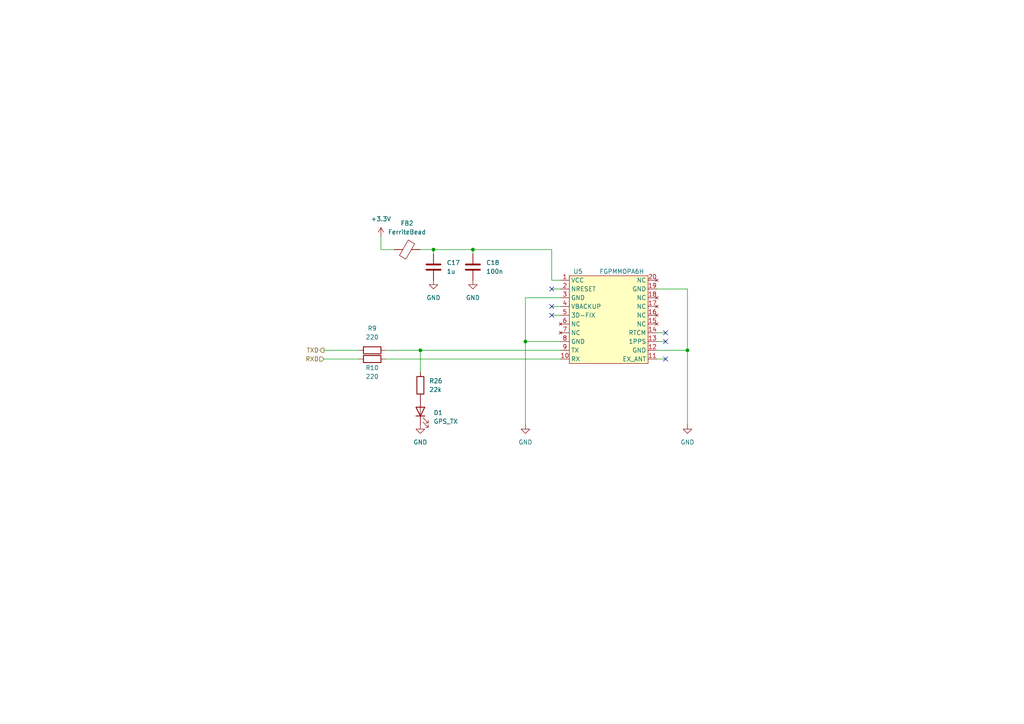
<source format=kicad_sch>
(kicad_sch (version 20230121) (generator eeschema)
  (paper "A4")
  (lib_symbols
    (symbol "Device:C" (pin_numbers hide) (pin_names (offset 0.254))
      (property "Reference" "C" (at 0.635 2.54 0))
      (property "Value" "C" (at 0.635 -2.54 0))
      (symbol "C_0_1"
        (polyline (pts (xy -2.032 -0.762) (xy 2.032 -0.762)) (stroke (width 0.508)))
        (polyline (pts (xy -2.032 0.762) (xy 2.032 0.762)) (stroke (width 0.508)))
      )
      (symbol "C_1_1"
        (pin passive line (at 0 3.81 270) (length 2.794) (name "~") (number "1"))
        (pin passive line (at 0 -3.81 90) (length 2.794) (name "~") (number "2"))
      )
    )
    (symbol "Device:FerriteBead" (pin_numbers hide) (pin_names (offset 0))
      (property "Reference" "FB" (at -3.81 0.635 90))
      (property "Value" "FerriteBead" (at 3.81 0 90))
      (symbol "FerriteBead_0_1"
        (polyline (pts (xy 0 -1.27) (xy 0 -1.2192)))
        (polyline (pts (xy 0 1.27) (xy 0 1.2954)))
        (polyline (pts (xy -2.7686 0.4064) (xy -1.7018 2.2606) (xy 2.7686 -0.3048) (xy 1.6764 -2.159) (xy -2.7686 0.4064)))
      )
      (symbol "FerriteBead_1_1"
        (pin passive line (at 0 3.81 270) (length 2.54) (name "~") (number "1"))
        (pin passive line (at 0 -3.81 90) (length 2.54) (name "~") (number "2"))
      )
    )
    (symbol "Device:LED" (pin_numbers hide) (pin_names (offset 1.016) hide)
      (property "Reference" "D" (at 0 2.54 0))
      (property "Value" "LED" (at 0 -2.54 0))
      (symbol "LED_0_1"
        (polyline (pts (xy -1.27 -1.27) (xy -1.27 1.27)) (stroke (width 0.254)))
        (polyline (pts (xy -1.27 0) (xy 1.27 0)))
        (polyline (pts (xy 1.27 -1.27) (xy 1.27 1.27) (xy -1.27 0) (xy 1.27 -1.27)) (stroke (width 0.254)))
        (polyline (pts (xy -3.048 -0.762) (xy -4.572 -2.286) (xy -3.81 -2.286) (xy -4.572 -2.286) (xy -4.572 -1.524)))
        (polyline (pts (xy -1.778 -0.762) (xy -3.302 -2.286) (xy -2.54 -2.286) (xy -3.302 -2.286) (xy -3.302 -1.524)))
      )
      (symbol "LED_1_1"
        (pin passive line (at -3.81 0 0) (length 2.54) (name "K") (number "1"))
        (pin passive line (at 3.81 0 180) (length 2.54) (name "A") (number "2"))
      )
    )
    (symbol "Device:R" (pin_numbers hide) (pin_names (offset 0))
      (property "Reference" "R" (at 2.032 0 90))
      (property "Value" "R" (at 0 0 90))
      (symbol "R_0_1"
        (rectangle (start -1.016 -2.54) (end 1.016 2.54) (stroke (width 0.254)))
      )
      (symbol "R_1_1"
        (pin passive line (at 0 3.81 270) (length 1.27) (name "~") (number "1"))
        (pin passive line (at 0 -3.81 90) (length 1.27) (name "~") (number "2"))
      )
    )
    (symbol "Project:FGPMMOPA6H"
      (property "Reference" "U" (at -1.27 -2.54 0))
      (property "Value" "FGPMMOPA6H" (at 12.7 -2.54 0))
      (symbol "FGPMMOPA6H_1_1"
        (rectangle (start -2.54 -3.81) (end 20.32 -29.21) (fill (type background)))
        (pin power_in line (at -5.08 -5.08 0) (length 2.54) (name "VCC") (number "1"))
        (pin input line (at -5.08 -27.94 0) (length 2.54) (name "RX") (number "10"))
        (pin power_out line (at 22.86 -27.94 180) (length 2.54) (name "EX_ANT") (number "11"))
        (pin power_in line (at 22.86 -25.4 180) (length 2.54) (name "GND") (number "12"))
        (pin output line (at 22.86 -22.86 180) (length 2.54) (name "1PPS") (number "13"))
        (pin input line (at 22.86 -20.32 180) (length 2.54) (name "RTCM") (number "14"))
        (pin no_connect line (at 22.86 -17.78 180) (length 2.54) (name "NC") (number "15"))
        (pin no_connect line (at 22.86 -15.24 180) (length 2.54) (name "NC") (number "16"))
        (pin no_connect line (at 22.86 -12.7 180) (length 2.54) (name "NC") (number "17"))
        (pin no_connect line (at 22.86 -10.16 180) (length 2.54) (name "NC") (number "18"))
        (pin power_in line (at 22.86 -7.62 180) (length 2.54) (name "GND") (number "19"))
        (pin input line (at -5.08 -7.62 0) (length 2.54) (name "NRESET") (number "2"))
        (pin no_connect line (at 22.86 -5.08 180) (length 2.54) (name "NC") (number "20"))
        (pin power_in line (at -5.08 -10.16 0) (length 2.54) (name "GND") (number "3"))
        (pin power_in line (at -5.08 -12.7 0) (length 2.54) (name "VBACKUP") (number "4"))
        (pin output line (at -5.08 -15.24 0) (length 2.54) (name "3D-FIX") (number "5"))
        (pin no_connect line (at -5.08 -17.78 0) (length 2.54) (name "NC") (number "6"))
        (pin no_connect line (at -5.08 -20.32 0) (length 2.54) (name "NC") (number "7"))
        (pin power_in line (at -5.08 -22.86 0) (length 2.54) (name "GND") (number "8"))
        (pin output line (at -5.08 -25.4 0) (length 2.54) (name "TX") (number "9"))
      )
    )
    (symbol "power:+3.3V" (power) (pin_names (offset 0))
      (property "Value" "+3.3V" (at 0 3.556 0))
      (symbol "+3.3V_0_1"
        (polyline (pts (xy -0.762 1.27) (xy 0 2.54)))
        (polyline (pts (xy 0 0) (xy 0 2.54)))
        (polyline (pts (xy 0 2.54) (xy 0.762 1.27)))
      )
      (symbol "+3.3V_1_1"
        (pin power_in line (at 0 0 90) (length 0) hide (name "+3.3V") (number "1"))
      )
    )
    (symbol "power:GND" (power) (pin_names (offset 0))
      (property "Value" "GND" (at 0 -3.81 0))
      (symbol "GND_0_1"
        (polyline (pts (xy 0 0) (xy 0 -1.27) (xy 1.27 -1.27) (xy 0 -2.54) (xy -1.27 -1.27) (xy 0 -1.27)))
      )
      (symbol "GND_1_1"
        (pin power_in line (at 0 0 270) (length 0) hide (name "GND") (number "1"))
      )
    )
  )
  (junction (at 137.16 72.39))
  (junction (at 121.92 101.6))
  (junction (at 199.39 101.6))
  (junction (at 152.4 99.06))
  (junction (at 125.73 72.39))
  (no_connect (at 193.04 104.14))
  (no_connect (at 193.04 99.06))
  (no_connect (at 160.02 91.44))
  (no_connect (at 160.02 88.9))
  (no_connect (at 193.04 96.52))
  (no_connect (at 160.02 83.82))
  (wire (pts (xy 137.16 72.39) (xy 137.16 73.66)))
  (wire (pts (xy 121.92 101.6) (xy 121.92 107.95)))
  (wire (pts (xy 199.39 83.82) (xy 199.39 101.6)))
  (wire (pts (xy 160.02 81.28) (xy 162.56 81.28)))
  (wire (pts (xy 125.73 72.39) (xy 125.73 73.66)))
  (wire (pts (xy 137.16 72.39) (xy 160.02 72.39)))
  (wire (pts (xy 160.02 83.82) (xy 162.56 83.82)))
  (wire (pts (xy 160.02 91.44) (xy 162.56 91.44)))
  (wire (pts (xy 110.49 68.58) (xy 110.49 72.39)))
  (wire (pts (xy 190.5 101.6) (xy 199.39 101.6)))
  (wire (pts (xy 121.92 72.39) (xy 125.73 72.39)))
  (wire (pts (xy 93.98 104.14) (xy 104.14 104.14)))
  (wire (pts (xy 190.5 83.82) (xy 199.39 83.82)))
  (wire (pts (xy 160.02 72.39) (xy 160.02 81.28)))
  (wire (pts (xy 93.98 101.6) (xy 104.14 101.6)))
  (wire (pts (xy 111.76 101.6) (xy 121.92 101.6)))
  (wire (pts (xy 190.5 104.14) (xy 193.04 104.14)))
  (wire (pts (xy 160.02 88.9) (xy 162.56 88.9)))
  (wire (pts (xy 162.56 99.06) (xy 152.4 99.06)))
  (wire (pts (xy 199.39 101.6) (xy 199.39 123.19)))
  (wire (pts (xy 125.73 72.39) (xy 137.16 72.39)))
  (wire (pts (xy 162.56 86.36) (xy 152.4 86.36)))
  (wire (pts (xy 190.5 96.52) (xy 193.04 96.52)))
  (wire (pts (xy 152.4 86.36) (xy 152.4 99.06)))
  (wire (pts (xy 110.49 72.39) (xy 114.3 72.39)))
  (wire (pts (xy 152.4 99.06) (xy 152.4 123.19)))
  (wire (pts (xy 111.76 104.14) (xy 162.56 104.14)))
  (wire (pts (xy 121.92 101.6) (xy 162.56 101.6)))
  (wire (pts (xy 190.5 99.06) (xy 193.04 99.06)))
  (hierarchical_label "RXD" (shape input) (at 93.98 104.14 180))
  (hierarchical_label "TXD" (shape output) (at 93.98 101.6 180))
  (symbol (lib_id "power:GND") (at 121.92 123.19 0) (unit 1)
    (property "Reference" "#PWR063" (effects hide))
    (property "Value" "GND" (at 121.92 128.27 0))
    (instances (project "Nucleo_Backpack" (path "" (reference "#PWR063") (unit 1)) (path "" (reference "#PWR038") (unit 1))))
  )
  (symbol (lib_id "Device:R") (at 107.95 101.6 270) (unit 1)
    (property "Reference" "R9" (at 107.95 95.25 90))
    (property "Value" "220" (at 107.95 97.79 90))
    (property "Footprint" "Resistor_SMD:R_0603_1608Metric_Pad0.98x0.95mm_HandSolder" (effects hide))
  )
  (symbol (lib_id "Device:C") (at 125.73 77.47 0) (unit 1)
    (property "Reference" "C17" (at 129.54 76.2 0) (effects (justify left)))
    (property "Value" "1u" (at 129.54 78.74 0) (effects (justify left)))
    (property "Footprint" "Capacitor_SMD:C_0603_1608Metric_Pad1.08x0.95mm_HandSolder" (effects hide))
  )
  (symbol (lib_id "power:GND") (at 152.4 123.19 0) (unit 1)
    (property "Reference" "#PWR063" (effects hide))
    (property "Value" "GND" (at 152.4 128.27 0))
    (instances (project "Nucleo_Backpack" (path "" (reference "#PWR063") (unit 1)) (path "" (reference "#PWR041") (unit 1))))
  )
  (symbol (lib_id "power:GND") (at 125.73 81.28 0) (unit 1)
    (property "Reference" "#PWR063" (effects hide))
    (property "Value" "GND" (at 125.73 86.36 0))
    (instances (project "Nucleo_Backpack" (path "" (reference "#PWR063") (unit 1)) (path "" (reference "#PWR039") (unit 1))))
  )
  (symbol (lib_id "Device:R") (at 107.95 104.14 90) (unit 1)
    (property "Reference" "R10" (at 107.95 106.68 90))
    (property "Value" "220" (at 107.95 109.22 90))
    (property "Footprint" "Resistor_SMD:R_0603_1608Metric_Pad0.98x0.95mm_HandSolder" (effects hide))
  )
  (symbol (lib_id "power:+3.3V") (at 110.49 68.58 0) (unit 1)
    (property "Reference" "#PWR037" (effects hide))
    (property "Value" "+3.3V" (at 110.49 63.5 0))
  )
  (symbol (lib_id "power:GND") (at 137.16 81.28 0) (unit 1)
    (property "Reference" "#PWR063" (effects hide))
    (property "Value" "GND" (at 137.16 86.36 0))
    (instances (project "Nucleo_Backpack" (path "" (reference "#PWR063") (unit 1)) (path "" (reference "#PWR040") (unit 1))))
  )
  (symbol (lib_id "Device:C") (at 137.16 77.47 0) (unit 1)
    (property "Reference" "C18" (at 140.97 76.2 0) (effects (justify left)))
    (property "Value" "100n" (at 140.97 78.74 0) (effects (justify left)))
    (property "Footprint" "Capacitor_SMD:C_0603_1608Metric_Pad1.08x0.95mm_HandSolder" (effects hide))
  )
  (symbol (lib_id "Project:FGPMMOPA6H") (at 167.64 76.2 0) (unit 1)
    (property "Reference" "U5" (at 167.64 78.74 0))
    (property "Value" "FGPMMOPA6H" (at 180.34 78.74 0))
    (property "Footprint" "Project:FGPMMOPA6H" (effects hide))
  )
  (symbol (lib_id "Device:FerriteBead") (at 118.11 72.39 90) (unit 1)
    (property "Reference" "FB2" (at 118.0592 64.77 90))
    (property "Value" "FerriteBead" (at 118.0592 67.31 90))
    (property "Footprint" "Resistor_SMD:R_0603_1608Metric_Pad0.98x0.95mm_HandSolder" (effects hide))
  )
  (symbol (lib_id "power:GND") (at 199.39 123.19 0) (unit 1)
    (property "Reference" "#PWR063" (effects hide))
    (property "Value" "GND" (at 199.39 128.27 0))
    (instances (project "Nucleo_Backpack" (path "" (reference "#PWR063") (unit 1)) (path "" (reference "#PWR042") (unit 1))))
  )
  (symbol (lib_id "Device:R") (at 121.92 111.76 0) (unit 1)
    (property "Reference" "R26" (at 124.46 110.49 0) (effects (justify left)))
    (property "Value" "22k" (at 124.46 113.03 0) (effects (justify left)))
    (property "Footprint" "Resistor_SMD:R_0603_1608Metric_Pad0.98x0.95mm_HandSolder" (effects hide))
    (instances (project "Nucleo_Backpack" (path "" (reference "R26") (unit 1)) (path "" (reference "R11") (unit 1))))
  )
  (symbol (lib_id "Device:LED") (at 121.92 119.38 90) (unit 1)
    (property "Reference" "D1" (at 125.73 119.6975 90) (effects (justify right)))
    (property "Value" "GPS_TX" (at 125.73 122.2375 90) (effects (justify right)))
    (property "Footprint" "LED_SMD:LED_0603_1608Metric_Pad1.05x0.95mm_HandSolder" (effects hide))
  )
)
</source>
